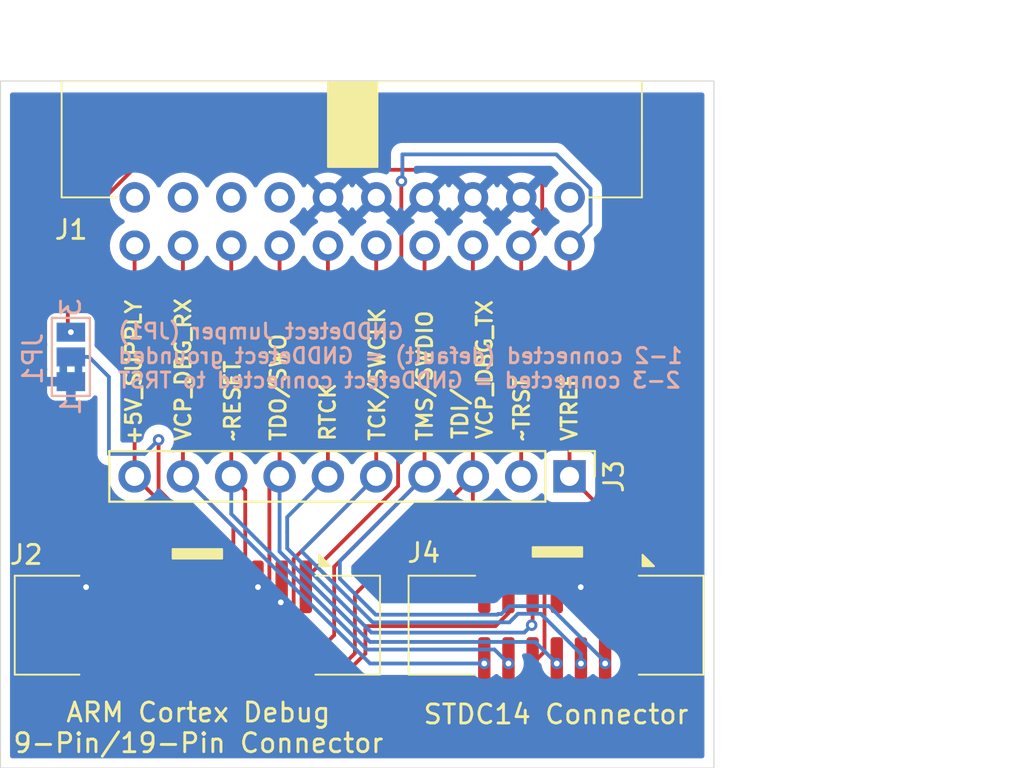
<source format=kicad_pcb>
(kicad_pcb (version 20240108) (generator "pcbnew") (generator_version "8.0")
  (layers (0 "F.Cu" signal) (31 "B.Cu" signal) (34 "B.Paste" user) (35 "F.Paste" user) (36 "B.SilkS" user "B.Silkscreen") (37 "F.SilkS" user "F.Silkscreen") (38 "B.Mask" user) (39 "F.Mask" user) (44 "Edge.Cuts" user))
  (property "date" "2024-07-27")
  (property "version" "af208ec")
  (net 0 "")
  (net 1 "GND")
  (net 2 "/TMS{slash}SWDIO")
  (net 3 "/+5V_SUPPLY")
  (net 7 "/VTREF")
  (net 8 "/~TRST")
  (net 9 "/TCK{slash}SWCLK")
  (net 11 "/TDO{slash}SWO")
  (net 12 "/~RESET")
  (net 13 "/VCP_DEBUGGER_RX")
  (net 15 "/TDI{slash}VCP_DEBUGGER_TX")
  (net 16 "/RTCK")
  (net 18 "/GNDDetect")
  (footprint "ProjectLibrary:3221-14-0300-00" (layer "F.Cu") (at 116.55 104.4)
    (property "Reference" "J4" (at -10.8 -3.8 0) (layer "F.SilkS"))
    (property "Value" "3221-14-0300-00")
    (fp_line (start -11.6 -2.6) (end -11.6 2.6) (stroke (width 0.1)) (layer "F.SilkS"))
    (fp_line (start -11.6 2.6) (end -8.1 2.6) (stroke (width 0.1)) (layer "F.SilkS"))
    (fp_line (start -8.1 -2.6) (end -11.6 -2.6) (stroke (width 0.1)) (layer "F.SilkS"))
    (fp_line (start 3.9 -2.6) (end 0.5 -2.6) (stroke (width 0.1)) (layer "F.SilkS"))
    (fp_line (start 3.9 -2.6) (end 3.9 2.6) (stroke (width 0.1)) (layer "F.SilkS"))
    (fp_line (start 3.9 2.6) (end 0.5 2.6) (stroke (width 0.1)) (layer "F.SilkS"))
    (fp_rect (start -5.075863 -4.101005) (end -2.475863 -3.601005) (stroke (width 0.1)) (fill solid) (layer "F.SilkS"))
    (fp_poly (pts (xy 0.7 -3.1) (xy 0.7 -3.7) (xy 1.3 -3.1)) (stroke (width 0.1)) (fill solid) (layer "F.SilkS"))
    (pad "1" smd roundrect (at 0 -2.015 90) (size 2.77 0.65) (layers "F.Cu" "F.Paste" "F.Mask"))
    (pad "2" smd roundrect (at 0 2.015 90) (size 2.77 0.65) (layers "F.Cu" "F.Paste" "F.Mask"))
    (pad "3" smd roundrect (at -1.27 -2.015 90) (size 2.77 0.65) (layers "F.Cu" "F.Paste" "F.Mask") (net 7 "/VTREF"))
    (pad "4" smd roundrect (at -1.27 2.015 90) (size 2.77 0.65) (layers "F.Cu" "F.Paste" "F.Mask") (net 2 "/TMS{slash}SWDIO"))
    (pad "5" smd roundrect (at -2.54 -2.015 90) (size 2.77 0.65) (layers "F.Cu" "F.Paste" "F.Mask") (net 1 "GND"))
    (pad "6" smd roundrect (at -2.54 2.015 90) (size 2.77 0.65) (layers "F.Cu" "F.Paste" "F.Mask") (net 9 "/TCK{slash}SWCLK"))
    (pad "7" smd roundrect (at -3.81 -2.015 90) (size 2.77 0.65) (layers "F.Cu" "F.Paste" "F.Mask") (net 1 "GND"))
    (pad "8" smd roundrect (at -3.81 2.015 90) (size 2.77 0.65) (layers "F.Cu" "F.Paste" "F.Mask") (net 11 "/TDO{slash}SWO"))
    (pad "9" smd roundrect (at -5.08 -2.015 90) (size 2.77 0.65) (layers "F.Cu" "F.Paste" "F.Mask") (net 16 "/RTCK"))
    (pad "10" smd roundrect (at -5.08 2.015 90) (size 2.77 0.65) (layers "F.Cu" "F.Paste" "F.Mask") (net 15 "/TDI{slash}VCP_DEBUGGER_TX"))
    (pad "11" smd roundrect (at -6.35 -2.015 90) (size 2.77 0.65) (layers "F.Cu" "F.Paste" "F.Mask") (net 18 "/GNDDetect"))
    (pad "12" smd roundrect (at -6.35 2.015 90) (size 2.77 0.65) (layers "F.Cu" "F.Paste" "F.Mask") (net 12 "/~RESET"))
    (pad "13" smd roundrect (at -7.62 -2.015 90) (size 2.77 0.65) (layers "F.Cu" "F.Paste" "F.Mask") (net 15 "/TDI{slash}VCP_DEBUGGER_TX"))
    (pad "14" smd roundrect (at -7.62 2.015 90) (size 2.77 0.65) (layers "F.Cu" "F.Paste" "F.Mask") (net 13 "/VCP_DEBUGGER_RX"))
  )
  (footprint "ProjectLibrary:SFH11-PBPC-D10-RA-BK" (layer "F.Cu") (at 113.415 81.915)
    (property "Reference" "J1" (at -26.2 1.7 0) (layer "F.SilkS"))
    (property "Value" "SFH11-PBPC-D10-RA-BK")
    (fp_line (start -26.7 -6.1) (end -26.7 0) (stroke (width 0.1)) (layer "F.SilkS"))
    (fp_line (start -26.7 -6.1) (end 3.8 -6.1) (stroke (width 0.1)) (layer "F.SilkS"))
    (fp_line (start -26.7 0) (end -23.8 0) (stroke (width 0.1)) (layer "F.SilkS"))
    (fp_line (start 1 0) (end 3.8 0) (stroke (width 0.1)) (layer "F.SilkS"))
    (fp_line (start 3.8 -6.1) (end 3.8 -3) (stroke (width 0.1)) (layer "F.SilkS"))
    (fp_line (start 3.8 -2) (end 3.8 -3) (stroke (width 0.1)) (layer "F.SilkS"))
    (fp_line (start 3.8 0) (end 3.8 -2) (stroke (width 0.1)) (layer "F.SilkS"))
    (fp_rect (start -12.7 -6.1) (end -10.1 -1.6) (stroke (width 0.1)) (fill solid) (layer "F.SilkS"))
    (pad "1" thru_hole circle (at 0 2.54) (size 1.6 1.6) (drill 0.9) (layers "*.Cu" "*.Mask") (net 7 "/VTREF"))
    (pad "2" thru_hole circle (at 0 0) (size 1.6 1.6) (drill 0.9) (layers "*.Cu" "*.Mask"))
    (pad "3" thru_hole circle (at -2.54 2.54) (size 1.6 1.6) (drill 0.9) (layers "*.Cu" "*.Mask") (net 8 "/~TRST"))
    (pad "4" thru_hole circle (at -2.54 0) (size 1.6 1.6) (drill 0.9) (layers "*.Cu" "*.Mask") (net 1 "GND"))
    (pad "5" thru_hole circle (at -5.08 2.54) (size 1.6 1.6) (drill 0.9) (layers "*.Cu" "*.Mask") (net 15 "/TDI{slash}VCP_DEBUGGER_TX"))
    (pad "6" thru_hole circle (at -5.08 0) (size 1.6 1.6) (drill 0.9) (layers "*.Cu" "*.Mask") (net 1 "GND"))
    (pad "7" thru_hole circle (at -7.62 2.54) (size 1.6 1.6) (drill 0.9) (layers "*.Cu" "*.Mask") (net 2 "/TMS{slash}SWDIO"))
    (pad "8" thru_hole circle (at -7.62 0) (size 1.6 1.6) (drill 0.9) (layers "*.Cu" "*.Mask") (net 1 "GND"))
    (pad "9" thru_hole circle (at -10.16 2.54) (size 1.6 1.6) (drill 0.9) (layers "*.Cu" "*.Mask") (net 9 "/TCK{slash}SWCLK"))
    (pad "10" thru_hole circle (at -10.16 0) (size 1.6 1.6) (drill 0.9) (layers "*.Cu" "*.Mask") (net 1 "GND"))
    (pad "11" thru_hole circle (at -12.7 2.54) (size 1.6 1.6) (drill 0.9) (layers "*.Cu" "*.Mask") (net 16 "/RTCK"))
    (pad "12" thru_hole circle (at -12.7 0) (size 1.6 1.6) (drill 0.9) (layers "*.Cu" "*.Mask") (net 1 "GND"))
    (pad "13" thru_hole circle (at -15.24 2.54) (size 1.6 1.6) (drill 0.9) (layers "*.Cu" "*.Mask") (net 11 "/TDO{slash}SWO"))
    (pad "14" thru_hole circle (at -15.24 0) (size 1.6 1.6) (drill 0.9) (layers "*.Cu" "*.Mask"))
    (pad "15" thru_hole circle (at -17.78 2.54) (size 1.6 1.6) (drill 0.9) (layers "*.Cu" "*.Mask") (net 12 "/~RESET"))
    (pad "16" thru_hole circle (at -17.78 0) (size 1.6 1.6) (drill 0.9) (layers "*.Cu" "*.Mask"))
    (pad "17" thru_hole circle (at -20.32 2.54) (size 1.6 1.6) (drill 0.9) (layers "*.Cu" "*.Mask") (net 13 "/VCP_DEBUGGER_RX"))
    (pad "18" thru_hole circle (at -20.32 0) (size 1.6 1.6) (drill 0.9) (layers "*.Cu" "*.Mask"))
    (pad "19" thru_hole circle (at -22.86 2.54) (size 1.6 1.6) (drill 0.9) (layers "*.Cu" "*.Mask") (net 3 "/+5V_SUPPLY"))
    (pad "20" thru_hole circle (at -22.86 0) (size 1.6 1.6) (drill 0.9) (layers "*.Cu" "*.Mask"))
  )
  (footprint "Connector_PinHeader_2.54mm:PinHeader_1x10_P2.54mm_Vertical" (layer "F.Cu") (at 113.41 96.58 -90)
    (property "Reference" "J3" (at 0 -2.33 90) (layer "F.SilkS"))
    (property "Value" "Conn_01x10")
    (fp_line (start -1.33 24.19) (end 1.33 24.19) (stroke (width 0.12)) (layer "F.SilkS"))
    (fp_line (start -1.33 1.27) (end -1.33 24.19) (stroke (width 0.12)) (layer "F.SilkS"))
    (fp_line (start -1.33 1.27) (end 1.33 1.27) (stroke (width 0.12)) (layer "F.SilkS"))
    (fp_line (start 1.33 1.27) (end 1.33 24.19) (stroke (width 0.12)) (layer "F.SilkS"))
    (fp_line (start -1.33 0) (end -1.33 -1.33) (stroke (width 0.12)) (layer "F.SilkS"))
    (fp_line (start -1.33 -1.33) (end 0 -1.33) (stroke (width 0.12)) (layer "F.SilkS"))
    (pad "1" thru_hole rect (at 0 0 270) (size 1.7 1.7) (drill 1) (layers "*.Cu" "*.Mask") (net 7 "/VTREF"))
    (pad "2" thru_hole oval (at 0 2.54 270) (size 1.7 1.7) (drill 1) (layers "*.Cu" "*.Mask") (net 8 "/~TRST"))
    (pad "3" thru_hole oval (at 0 5.08 270) (size 1.7 1.7) (drill 1) (layers "*.Cu" "*.Mask") (net 15 "/TDI{slash}VCP_DEBUGGER_TX"))
    (pad "4" thru_hole oval (at 0 7.62 270) (size 1.7 1.7) (drill 1) (layers "*.Cu" "*.Mask") (net 2 "/TMS{slash}SWDIO"))
    (pad "5" thru_hole oval (at 0 10.16 270) (size 1.7 1.7) (drill 1) (layers "*.Cu" "*.Mask") (net 9 "/TCK{slash}SWCLK"))
    (pad "6" thru_hole oval (at 0 12.7 270) (size 1.7 1.7) (drill 1) (layers "*.Cu" "*.Mask") (net 16 "/RTCK"))
    (pad "7" thru_hole oval (at 0 15.24 270) (size 1.7 1.7) (drill 1) (layers "*.Cu" "*.Mask") (net 11 "/TDO{slash}SWO"))
    (pad "8" thru_hole oval (at 0 17.78 270) (size 1.7 1.7) (drill 1) (layers "*.Cu" "*.Mask") (net 12 "/~RESET"))
    (pad "9" thru_hole oval (at 0 20.32 270) (size 1.7 1.7) (drill 1) (layers "*.Cu" "*.Mask") (net 13 "/VCP_DEBUGGER_RX"))
    (pad "10" thru_hole oval (at 0 22.86 270) (size 1.7 1.7) (drill 1) (layers "*.Cu" "*.Mask") (net 3 "/+5V_SUPPLY"))
  )
  (footprint "ProjectLibrary:3221-20-0300-00" (layer "F.Cu") (at 99.55 104.4)
    (property "Reference" "J2" (at -14.7 -3.7 0) (layer "F.SilkS"))
    (property "Value" "3221-20-0300-00")
    (fp_line (start -15.3 -2.6) (end -15.3 2.6) (stroke (width 0.1)) (layer "F.SilkS"))
    (fp_line (start -15.3 2.6) (end -11.9 2.6) (stroke (width 0.1)) (layer "F.SilkS"))
    (fp_line (start -11.9 -2.6) (end -15.3 -2.6) (stroke (width 0.1)) (layer "F.SilkS"))
    (fp_line (start 3.9 -2.6) (end 0.5 -2.6) (stroke (width 0.1)) (layer "F.SilkS"))
    (fp_line (start 3.9 -2.6) (end 3.9 2.6) (stroke (width 0.1)) (layer "F.SilkS"))
    (fp_line (start 3.9 2.6) (end 0.5 2.6) (stroke (width 0.1)) (layer "F.SilkS"))
    (fp_rect (start -7 -4) (end -4.4 -3.5) (stroke (width 0.1)) (fill solid) (layer "F.SilkS"))
    (fp_poly (pts (xy 0.7 -3.1) (xy 0.7 -3.7) (xy 1.3 -3.1)) (stroke (width 0.1)) (fill solid) (layer "F.SilkS"))
    (pad "1" smd roundrect (at 0 -2.015 90) (size 2.77 0.65) (layers "F.Cu" "F.Paste" "F.Mask") (net 7 "/VTREF"))
    (pad "2" smd roundrect (at 0 2.015 90) (size 2.77 0.65) (layers "F.Cu" "F.Paste" "F.Mask") (net 2 "/TMS{slash}SWDIO"))
    (pad "3" smd roundrect (at -1.27 -2.015 90) (size 2.77 0.65) (layers "F.Cu" "F.Paste" "F.Mask") (net 1 "GND"))
    (pad "4" smd roundrect (at -1.27 2.015 90) (size 2.77 0.65) (layers "F.Cu" "F.Paste" "F.Mask") (net 9 "/TCK{slash}SWCLK"))
    (pad "5" smd roundrect (at -2.54 -2.015 90) (size 2.77 0.65) (layers "F.Cu" "F.Paste" "F.Mask") (net 1 "GND"))
    (pad "6" smd roundrect (at -2.54 2.015 90) (size 2.77 0.65) (layers "F.Cu" "F.Paste" "F.Mask") (net 11 "/TDO{slash}SWO"))
    (pad "7" smd roundrect (at -3.81 -2.015 90) (size 2.77 0.65) (layers "F.Cu" "F.Paste" "F.Mask") (net 13 "/VCP_DEBUGGER_RX"))
    (pad "8" smd roundrect (at -3.81 2.015 90) (size 2.77 0.65) (layers "F.Cu" "F.Paste" "F.Mask") (net 15 "/TDI{slash}VCP_DEBUGGER_TX"))
    (pad "9" smd roundrect (at -5.08 -2.015 90) (size 2.77 0.65) (layers "F.Cu" "F.Paste" "F.Mask") (net 18 "/GNDDetect"))
    (pad "10" smd roundrect (at -5.08 2.015 90) (size 2.77 0.65) (layers "F.Cu" "F.Paste" "F.Mask") (net 12 "/~RESET"))
    (pad "11" smd roundrect (at -6.35 -2.015 90) (size 2.77 0.65) (layers "F.Cu" "F.Paste" "F.Mask") (net 3 "/+5V_SUPPLY"))
    (pad "12" smd roundrect (at -6.35 2.015 90) (size 2.77 0.65) (layers "F.Cu" "F.Paste" "F.Mask"))
    (pad "13" smd roundrect (at -7.62 -2.015 90) (size 2.77 0.65) (layers "F.Cu" "F.Paste" "F.Mask") (net 3 "/+5V_SUPPLY"))
    (pad "14" smd roundrect (at -7.62 2.015 90) (size 2.77 0.65) (layers "F.Cu" "F.Paste" "F.Mask"))
    (pad "15" smd roundrect (at -8.89 -2.015 90) (size 2.77 0.65) (layers "F.Cu" "F.Paste" "F.Mask") (net 1 "GND"))
    (pad "16" smd roundrect (at -8.89 2.015 90) (size 2.77 0.65) (layers "F.Cu" "F.Paste" "F.Mask"))
    (pad "17" smd roundrect (at -10.16 -2.015 90) (size 2.77 0.65) (layers "F.Cu" "F.Paste" "F.Mask") (net 1 "GND"))
    (pad "18" smd roundrect (at -10.16 2.015 90) (size 2.77 0.65) (layers "F.Cu" "F.Paste" "F.Mask"))
    (pad "19" smd roundrect (at -11.43 -2.015 90) (size 2.77 0.65) (layers "F.Cu" "F.Paste" "F.Mask") (net 1 "GND"))
    (pad "20" smd roundrect (at -11.43 2.015 90) (size 2.77 0.65) (layers "F.Cu" "F.Paste" "F.Mask"))
  )
  (footprint "Jumper:SolderJumper-3_P1.3mm_Bridged2Bar12_Pad1.0x1.5mm_NumberLabels" (layer "B.Cu") (at 87.2 90.3 90)
    (property "Reference" "JP1" (at -0.1 -2 90) (layer "B.SilkS") (effects (justify mirror)))
    (property "Value" "SolderJumper_3_Bridged12")
    (fp_poly (pts (xy -0.9 -0.2) (xy -0.4 -0.2) (xy -0.4 -0.6) (xy -0.9 -0.6)) (fill solid) (layer "B.Cu"))
    (fp_poly (pts (xy -0.9 0.6) (xy -0.4 0.6) (xy -0.4 0.2) (xy -0.9 0.2)) (fill solid) (layer "B.Cu"))
    (fp_line (start 2.05 -1) (end 2.05 1) (stroke (width 0.12)) (layer "B.SilkS"))
    (fp_line (start -2.05 -1) (end 2.05 -1) (stroke (width 0.12)) (layer "B.SilkS"))
    (fp_line (start 2.05 1) (end -2.05 1) (stroke (width 0.12)) (layer "B.SilkS"))
    (fp_line (start -2.05 1) (end -2.05 -1) (stroke (width 0.12)) (layer "B.SilkS"))
    (fp_text user "1" (at -2.6 0 -90) (layer "B.SilkS") (effects (justify mirror)))
    (fp_text user "3" (at 2.6 0 -90) (layer "B.SilkS") (effects (justify mirror)))
    (pad "1" smd rect (at -1.3 0 90) (size 1 1.5) (layers "B.Cu" "B.Mask") (net 1 "GND"))
    (pad "2" smd rect (at 0 0 90) (size 1 1.5) (layers "B.Cu" "B.Mask") (net 18 "/GNDDetect"))
    (pad "3" smd rect (at 1.3 0 90) (size 1 1.5) (layers "B.Cu" "B.Mask") (net 8 "/~TRST"))
  )
  (gr_rect (start 83.5 75.8) (end 121 111.9) (stroke (width 0.05)) (fill none) (layer "Edge.Cuts"))
  (gr_text "GNDDetect Jumper (JP1)\n1-2 connected (default) = GNDDetect grounded\n2-3 connected = GNDDetect connected to TRST" (at 89.6 92 0) (layer "B.SilkS") (effects (font (size 0.8 0.8) (thickness 0.15) (bold yes)) (justify right bottom mirror)))
  (gr_text "VCP_DBG_RX" (at 93.1 94.8 90) (layer "F.SilkS") (effects (font (size 0.8 0.8)) (justify left)))
  (gr_text "TDO/SWO" (at 98.1 94.8 90) (layer "F.SilkS") (effects (font (size 0.8 0.8)) (justify left)))
  (gr_text "ARM Cortex Debug\n9-Pin/19-Pin Connector" (at 93.9 108.4 0) (layer "F.SilkS") (effects (font (size 1 1)) (justify top)))
  (gr_text "VTREF" (at 113.4 94.8 90) (layer "F.SilkS") (effects (font (size 0.8 0.8)) (justify left)))
  (gr_text "STDC14 Connector" (at 112.7 108.5 0) (layer "F.SilkS") (effects (font (size 1 1)) (justify top)))
  (gr_text "TDI/\nVCP_DBG_TX" (at 108.3 94.7 90) (layer "F.SilkS") (effects (font (size 0.8 0.8) (thickness 0.15) (bold yes)) (justify left)))
  (gr_text "+5V_SUPPLY" (at 90.5 95 90) (layer "F.SilkS") (effects (font (size 0.8 0.8)) (justify left)))
  (gr_text "TCK/SWCLK" (at 103.3 94.8 90) (layer "F.SilkS") (effects (font (size 0.8 0.8)) (justify left)))
  (gr_text "~TRST" (at 110.9 94.8 90) (layer "F.SilkS") (effects (font (size 0.8 0.8)) (justify left)))
  (gr_text "TMS/SWDIO" (at 105.8 94.8 90) (layer "F.SilkS") (effects (font (size 0.8 0.8)) (justify left)))
  (gr_text "~RESET" (at 95.7 94.8 90) (layer "F.SilkS") (effects (font (size 0.8 0.8)) (justify left)))
  (gr_text "RTCK" (at 100.7 94.8 90) (layer "F.SilkS") (effects (font (size 0.8 0.8)) (justify left)))
  (segment (start 98.28 102.385) (end 98.28 103.155) (width 0.2) (layer "F.Cu") (net 1))
  (segment (start 114.01 102.385) (end 114.01 102.39) (width 0.2) (layer "F.Cu") (net 1))
  (segment (start 113.985 102.385) (end 114 102.4) (width 0.2) (layer "F.Cu") (net 1))
  (segment (start 88.015 102.385) (end 88 102.4) (width 0.2) (layer "F.Cu") (net 1))
  (segment (start 90.66 102.385) (end 88.12 102.385) (width 0.2) (layer "F.Cu") (net 1))
  (segment (start 112.74 102.385) (end 113.985 102.385) (width 0.2) (layer "F.Cu") (net 1))
  (segment (start 88.12 102.385) (end 88.015 102.385) (width 0.2) (layer "F.Cu") (net 1))
  (segment (start 97.01 102.385) (end 97.02 102.385) (width 0.2) (layer "F.Cu") (net 1))
  (segment (start 97.02 102.385) (end 97.035 102.4) (width 0.2) (layer "F.Cu") (net 1))
  (segment (start 98.28 103.155) (end 98.235 103.2) (width 0.2) (layer "F.Cu") (net 1))
  (segment (start 114.01 102.39) (end 114 102.4) (width 0.2) (layer "F.Cu") (net 1))
  (segment (start 98.28 102.528527) (end 98.28 102.385) (width 0.2) (layer "F.Cu") (net 1))
  (segment (start 98.235 102.573527) (end 98.28 102.528527) (width 0.2) (layer "F.Cu") (net 1))
  (via (at 98.235 103.2) (size 0.6) (drill 0.3) (layers "F.Cu" "B.Cu") (net 1))
  (via (at 97.035 102.4) (size 0.6) (drill 0.3) (layers "F.Cu" "B.Cu") (net 1))
  (via (at 88 102.4) (size 0.6) (drill 0.3) (layers "F.Cu" "B.Cu") (net 1))
  (via (at 114 102.4) (size 0.6) (drill 0.3) (layers "F.Cu" "B.Cu") (net 1))
  (segment (start 105.795 84.455) (end 105.79 84.46) (width 0.2) (layer "F.Cu") (net 2))
  (segment (start 101.04 104.925) (end 99.55 106.415) (width 0.2) (layer "F.Cu") (net 2))
  (segment (start 105.79 84.46) (end 105.79 96.58) (width 0.2) (layer "F.Cu") (net 2))
  (segment (start 105.79 96.58) (end 101.04 101.33) (width 0.2) (layer "F.Cu") (net 2))
  (segment (start 101.04 101.33) (end 101.04 104.925) (width 0.2) (layer "F.Cu") (net 2))
  (via (at 115.28 106.415) (size 0.6) (drill 0.3) (layers "F.Cu" "B.Cu") (net 2))
  (segment (start 105.79 96.58) (end 101.337843 101.032157) (width 0.2) (layer "B.Cu") (net 2))
  (segment (start 109.83 103.81) (end 110.24 103.4) (width 0.2) (layer "B.Cu") (net 2))
  (segment (start 115.28 106.33) (end 115.28 106.415) (width 0.2) (layer "B.Cu") (net 2))
  (segment (start 109.65 103.81) (end 109.83 103.81) (width 0.2) (layer "B.Cu") (net 2))
  (segment (start 101.337843 101.032157) (end 101.337843 101.962157) (width 0.2) (layer "B.Cu") (net 2))
  (segment (start 110.24 103.4) (end 112.35 103.4) (width 0.2) (layer "B.Cu") (net 2))
  (segment (start 112.35 103.4) (end 115.28 106.33) (width 0.2) (layer "B.Cu") (net 2))
  (segment (start 101.337843 101.962157) (end 103.225686 103.85) (width 0.2) (layer "B.Cu") (net 2))
  (segment (start 109.61 103.85) (end 109.65 103.81) (width 0.2) (layer "B.Cu") (net 2))
  (segment (start 103.225686 103.85) (end 109.61 103.85) (width 0.2) (layer "B.Cu") (net 2))
  (segment (start 91.93 97.96) (end 91.93 102.385) (width 0.2) (layer "F.Cu") (net 3))
  (segment (start 90.55 96.58) (end 91.93 97.96) (width 0.2) (layer "F.Cu") (net 3))
  (segment (start 90.55 84.46) (end 90.55 96.58) (width 0.2) (layer "F.Cu") (net 3))
  (segment (start 91.93 102.385) (end 93.2 102.385) (width 0.2) (layer "F.Cu") (net 3))
  (segment (start 90.555 84.455) (end 90.55 84.46) (width 0.2) (layer "F.Cu") (net 3))
  (segment (start 104.57 94.67) (end 104.4 94.84) (width 0.2) (layer "F.Cu") (net 7))
  (segment (start 115.28 98.45) (end 115.28 102.385) (width 0.2) (layer "F.Cu") (net 7))
  (segment (start 104.4 94.84) (end 104.4 97.09) (width 0.2) (layer "F.Cu") (net 7))
  (segment (start 99.55 101.94) (end 99.55 102.385) (width 0.2) (layer "F.Cu") (net 7))
  (segment (start 104.575 81.065) (end 104.57 81.07) (width 0.2) (layer "F.Cu") (net 7))
  (segment (start 113.41 84.46) (end 113.41 96.58) (width 0.2) (layer "F.Cu") (net 7))
  (segment (start 104.57 81.07) (end 104.57 94.67) (width 0.2) (layer "F.Cu") (net 7))
  (segment (start 113.415 84.455) (end 113.41 84.46) (width 0.2) (layer "F.Cu") (net 7))
  (segment (start 104.4 97.09) (end 99.55 101.94) (width 0.2) (layer "F.Cu") (net 7))
  (segment (start 113.41 96.58) (end 115.28 98.45) (width 0.2) (layer "F.Cu") (net 7))
  (via (at 104.575 81.065) (size 0.6) (drill 0.3) (layers "F.Cu" "B.Cu") (net 7))
  (segment (start 112.710635 79.655) (end 104.625 79.655) (width 0.2) (layer "B.Cu") (net 7))
  (segment (start 104.625 81.015) (end 104.575 81.065) (width 0.2) (layer "B.Cu") (net 7))
  (segment (start 113.415 84.455) (end 114.515 83.355) (width 0.2) (layer "B.Cu") (net 7))
  (segment (start 104.625 79.655) (end 104.625 81.015) (width 0.2) (layer "B.Cu") (net 7))
  (segment (start 114.515 81.459365) (end 112.710635 79.655) (width 0.2) (layer "B.Cu") (net 7))
  (segment (start 113.41 96.58) (end 113.41 97.08) (width 0.2) (layer "B.Cu") (net 7))
  (segment (start 114.515 83.355) (end 114.515 81.459365) (width 0.2) (layer "B.Cu") (net 7))
  (segment (start 111.975 80.715) (end 111.975 83.355) (width 0.2) (layer "F.Cu") (net 8))
  (segment (start 110.875 84.455) (end 110.87 84.46) (width 0.2) (layer "F.Cu") (net 8))
  (segment (start 110.87 84.46) (end 110.87 96.58) (width 0.2) (layer "F.Cu") (net 8))
  (segment (start 111.725 80.465) (end 111.975 80.715) (width 0.2) (layer "F.Cu") (net 8))
  (segment (start 87.04 88.84) (end 87.04 83.874365) (width 0.2) (layer "F.Cu") (net 8))
  (segment (start 87.2 89) (end 87.04 88.84) (width 0.2) (layer "F.Cu") (net 8))
  (segment (start 111.975 83.355) (end 110.875 84.455) (width 0.2) (layer "F.Cu") (net 8))
  (segment (start 90.449365 80.465) (end 111.725 80.465) (width 0.2) (layer "F.Cu") (net 8))
  (segment (start 87.04 83.874365) (end 90.449365 80.465) (width 0.2) (layer "F.Cu") (net 8))
  (via (at 87.2 89) (size 0.6) (drill 0.3) (layers "F.Cu" "B.Cu") (net 8))
  (segment (start 98.91 105.785) (end 98.28 106.415) (width 0.2) (layer "F.Cu") (net 9))
  (segment (start 103.25 96.58) (end 98.91 100.92) (width 0.2) (layer "F.Cu") (net 9))
  (segment (start 98.91 100.92) (end 98.91 105.785) (width 0.2) (layer "F.Cu") (net 9))
  (segment (start 103.25 84.46) (end 103.25 96.58) (width 0.2) (layer "F.Cu") (net 9))
  (segment (start 103.255 84.455) (end 103.25 84.46) (width 0.2) (layer "F.Cu") (net 9))
  (via (at 114.01 106.415) (size 0.6) (drill 0.3) (layers "F.Cu" "B.Cu") (net 9))
  (segment (start 111.9 103.8) (end 114.01 105.91) (width 0.2) (layer "B.Cu") (net 9))
  (segment (start 99.36 100.47) (end 99.36 100.55) (width 0.2) (layer "B.Cu") (net 9))
  (segment (start 99.36 100.55) (end 103.06 104.25) (width 0.2) (layer "B.Cu") (net 9))
  (segment (start 110.25 104.25) (end 110.7 103.8) (width 0.2) (layer "B.Cu") (net 9))
  (segment (start 103.25 96.58) (end 99.36 100.47) (width 0.2) (layer "B.Cu") (net 9))
  (segment (start 110.7 103.8) (end 111.9 103.8) (width 0.2) (layer "B.Cu") (net 9))
  (segment (start 103.06 104.25) (end 110.25 104.25) (width 0.2) (layer "B.Cu") (net 9))
  (segment (start 114.01 105.91) (end 114.01 106.415) (width 0.2) (layer "B.Cu") (net 9))
  (segment (start 97.635 97.115) (end 97.635 105.79) (width 0.2) (layer "F.Cu") (net 11))
  (segment (start 97.635 105.79) (end 97.01 106.415) (width 0.2) (layer "F.Cu") (net 11))
  (segment (start 98.175 84.455) (end 98.17 84.46) (width 0.2) (layer "F.Cu") (net 11))
  (segment (start 98.17 96.58) (end 97.635 97.115) (width 0.2) (layer "F.Cu") (net 11))
  (segment (start 98.17 84.46) (end 98.17 96.58) (width 0.2) (layer "F.Cu") (net 11))
  (via (at 112.74 106.415) (size 0.6) (drill 0.3) (layers "F.Cu" "B.Cu") (net 11))
  (segment (start 98.17 100.528628) (end 102.921372 105.28) (width 0.2) (layer "B.Cu") (net 11))
  (segment (start 111.605 105.28) (end 112.74 106.415) (width 0.2) (layer "B.Cu") (net 11))
  (segment (start 102.921372 105.28) (end 111.605 105.28) (width 0.2) (layer "B.Cu") (net 11))
  (segment (start 98.17 96.58) (end 98.17 100.528628) (width 0.2) (layer "B.Cu") (net 11))
  (segment (start 96.365 103.803576) (end 95.488576 104.68) (width 0.2) (layer "F.Cu") (net 12))
  (segment (start 94.47 105.641424) (end 94.47 106.415) (width 0.2) (layer "F.Cu") (net 12))
  (segment (start 95.63 96.58) (end 96.365 97.315) (width 0.2) (layer "F.Cu") (net 12))
  (segment (start 95.63 84.46) (end 95.63 96.58) (width 0.2) (layer "F.Cu") (net 12))
  (segment (start 95.488576 104.68) (end 95.431424 104.68) (width 0.2) (layer "F.Cu") (net 12))
  (segment (start 95.431424 104.68) (end 94.47 105.641424) (width 0.2) (layer "F.Cu") (net 12))
  (segment (start 96.365 97.315) (end 96.365 103.803576) (width 0.2) (layer "F.Cu") (net 12))
  (segment (start 95.635 84.455) (end 95.63 84.46) (width 0.2) (layer "F.Cu") (net 12))
  (via (at 110.2 106.415) (size 0.6) (drill 0.3) (layers "F.Cu" "B.Cu") (net 12))
  (segment (start 102.755686 105.68) (end 109.465 105.68) (width 0.2) (layer "B.Cu") (net 12))
  (segment (start 95.63 98.554314) (end 102.755686 105.68) (width 0.2) (layer "B.Cu") (net 12))
  (segment (start 95.63 96.58) (end 95.63 98.554314) (width 0.2) (layer "B.Cu") (net 12))
  (segment (start 109.465 105.68) (end 110.2 106.415) (width 0.2) (layer "B.Cu") (net 12))
  (segment (start 95.74 99.23) (end 95.74 102.385) (width 0.2) (layer "F.Cu") (net 13))
  (segment (start 93.09 84.46) (end 93.09 96.58) (width 0.2) (layer "F.Cu") (net 13))
  (segment (start 93.095 84.455) (end 93.09 84.46) (width 0.2) (layer "F.Cu") (net 13))
  (segment (start 93.09 96.58) (end 95.74 99.23) (width 0.2) (layer "F.Cu") (net 13))
  (via (at 108.93 106.415) (size 0.6) (drill 0.3) (layers "F.Cu" "B.Cu") (net 13))
  (segment (start 102.925 106.415) (end 108.93 106.415) (width 0.2) (layer "B.Cu") (net 13))
  (segment (start 93.09 96.58) (end 102.925 106.415) (width 0.2) (layer "B.Cu") (net 13))
  (segment (start 95.74 108.42) (end 95.74 106.415) (width 0.2) (layer "F.Cu") (net 15))
  (segment (start 108.33 96.58) (end 102.13 102.78) (width 0.2) (layer "F.Cu") (net 15))
  (segment (start 108.33 101.785) (end 108.93 102.385) (width 0.2) (layer "F.Cu") (net 15))
  (segment (start 111.47 106.415) (end 111.47 105.641424) (width 0.2) (layer "F.Cu") (net 15))
  (segment (start 108.93 103.158576) (end 108.93 102.385) (width 0.2) (layer "F.Cu") (net 15))
  (segment (start 112.095 100.825) (end 111.9 100.63) (width 0.2) (layer "F.Cu") (net 15))
  (segment (start 108.335 84.455) (end 108.33 84.46) (width 0.2) (layer "F.Cu") (net 15))
  (segment (start 102.13 105.878576) (end 99.268576 108.74) (width 0.2) (layer "F.Cu") (net 15))
  (segment (start 111.9 100.63) (end 108.33 100.63) (width 0.2) (layer "F.Cu") (net 15))
  (segment (start 108.33 96.58) (end 108.33 101.785) (width 0.2) (layer "F.Cu") (net 15))
  (segment (start 112.095 105.79) (end 112.095 100.825) (width 0.2) (layer "F.Cu") (net 15))
  (segment (start 102.13 102.78) (end 102.13 105.878576) (width 0.2) (layer "F.Cu") (net 15))
  (segment (start 99.268576 108.74) (end 96.06 108.74) (width 0.2) (layer "F.Cu") (net 15))
  (segment (start 111.47 106.415) (end 112.095 105.79) (width 0.2) (layer "F.Cu") (net 15))
  (segment (start 96.06 108.74) (end 95.74 108.42) (width 0.2) (layer "F.Cu") (net 15))
  (segment (start 108.33 84.46) (end 108.33 96.58) (width 0.2) (layer "F.Cu") (net 15))
  (segment (start 111.47 104.35) (end 111.47 102.385) (width 0.2) (layer "F.Cu") (net 16))
  (segment (start 100.71 84.46) (end 100.71 96.58) (width 0.2) (layer "F.Cu") (net 16))
  (segment (start 100.715 84.455) (end 100.71 84.46) (width 0.2) (layer "F.Cu") (net 16))
  (segment (start 111.42 104.4) (end 111.47 104.35) (width 0.2) (layer "F.Cu") (net 16))
  (via (at 111.42 104.4) (size 0.6) (drill 0.3) (layers "F.Cu" "B.Cu") (net 16))
  (segment (start 98.57 98.72) (end 98.57 99.5) (width 0.2) (layer "B.Cu") (net 16))
  (segment (start 100.71 96.58) (end 98.57 98.72) (width 0.2) (layer "B.Cu") (net 16))
  (segment (start 102.997058 104.79) (end 108.9 104.79) (width 0.2) (layer "B.Cu") (net 16))
  (segment (start 108.9 104.79) (end 111.03 104.79) (width 0.2) (layer "B.Cu") (net 16))
  (segment (start 102.428529 104.221471) (end 102.997058 104.79) (width 0.2) (layer "B.Cu") (net 16))
  (segment (start 98.57 100.362942) (end 102.428529 104.221471) (width 0.2) (layer "B.Cu") (net 16))
  (segment (start 111.03 104.79) (end 111.42 104.4) (width 0.2) (layer "B.Cu") (net 16))
  (segment (start 98.57 99.5) (end 98.57 100.362942) (width 0.2) (layer "B.Cu") (net 16))
  (segment (start 93.83 103.025) (end 94.47 102.385) (width 0.2) (layer "F.Cu") (net 18))
  (segment (start 94.47 102.385) (end 94.49 102.365) (width 0.2) (layer "F.Cu") (net 18))
  (segment (start 94.47 99.934314) (end 94.47 102.385) (width 0.2) (layer "F.Cu") (net 18))
  (segment (start 109.519999 104.45) (end 102.68 104.45) (width 0.2) (layer "F.Cu") (net 18))
  (segment (start 91.81 94.66) (end 91.81 97.274314) (width 0.2) (layer "F.Cu") (net 18))
  (segment (start 91.81 97.274314) (end 94.47 99.934314) (width 0.2) (layer "F.Cu") (net 18))
  (segment (start 94.63 109.14) (end 93.83 108.34) (width 0.2) (layer "F.Cu") (net 18))
  (segment (start 99.434262 109.14) (end 94.63 109.14) (width 0.2) (layer "F.Cu") (net 18))
  (segment (start 110.2 102.385) (end 110.2 103.769999) (width 0.2) (layer "F.Cu") (net 18))
  (segment (start 93.83 108.34) (end 93.83 103.025) (width 0.2) (layer "F.Cu") (net 18))
  (segment (start 102.68 104.45) (end 102.68 105.894262) (width 0.2) (layer "F.Cu") (net 18))
  (segment (start 102.68 105.894262) (end 99.434262 109.14) (width 0.2) (layer "F.Cu") (net 18))
  (segment (start 110.2 103.769999) (end 109.519999 104.45) (width 0.2) (layer "F.Cu") (net 18))
  (via (at 91.81 94.66) (size 0.6) (drill 0.3) (layers "F.Cu" "B.Cu") (net 18))
  (segment (start 91.81 94.66) (end 91.07 95.4) (width 0.2) (layer "B.Cu") (net 18))
  (segment (start 89.2 91.35) (end 88.15 90.3) (width 0.2) (layer "B.Cu") (net 18))
  (segment (start 91.07 95.4) (end 89.2 95.4) (width 0.2) (layer "B.Cu") (net 18))
  (segment (start 89.2 95.4) (end 89.2 91.35) (width 0.2) (layer "B.Cu") (net 18))
  (segment (start 88.15 90.3) (end 87.2 90.3) (width 0.2) (layer "B.Cu") (net 18))
  (zone (net 1) (net_name "GND") (layer "B.Cu") (connect_pads (clearance 0.5)) (min_thickness 0.25) (fill yes (thermal_gap 0.5) (thermal_bridge_width 0.5))
    (polygon (pts (xy 120.6 76.4) (xy 120.7 111.6) (xy 84 111.4) (xy 84 76.4)))
  )
)
</source>
